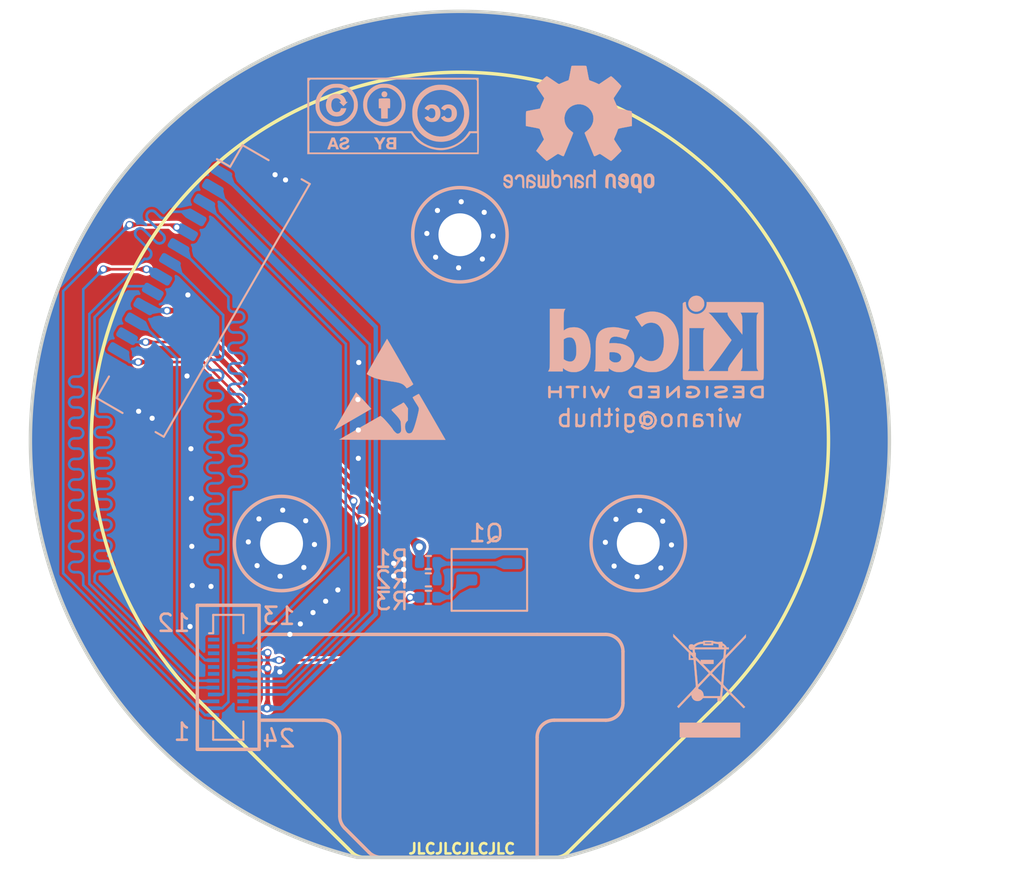
<source format=kicad_pcb>
(kicad_pcb (version 20221018) (generator pcbnew)
  (layers (0 "F.Cu" signal) (31 "B.Cu" signal) (34 "B.Paste" user) (35 "F.Paste" user) (36 "B.SilkS" user "B.Silkscreen") (37 "F.SilkS" user "F.Silkscreen") (38 "B.Mask" user) (39 "F.Mask" user) (44 "Edge.Cuts" user))
  (net 0 "")
  (net 1 "/LEDK")
  (net 2 "+3V3")
  (net 3 "/LCD_CS")
  (net 4 "GND")
  (net 5 "/LCD_D0")
  (net 6 "/LCD_D1")
  (net 7 "/LCD_D2")
  (net 8 "/LCD_D3")
  (net 9 "/LCD_CLK")
  (net 10 "/LCD_TE")
  (net 11 "/LCD_RST")
  (net 12 "/TP_SCL")
  (net 13 "/TP_SDA")
  (net 14 "/LCD_BLK")
  (net 15 "Net-(Q1-G)")
  (net 16 "Net-(Q1-D)")
  (net 17 "/TP_RST")
  (footprint "MountingHole:MountingHole_2.5mm_Pad_TopBottom" (layer "F.Cu") (at 134.641695 103.898464)
    (fp_text reference "H3" hide)
    (fp_text value "MountingHole_Pad")
  )
  (footprint "MountingHole:MountingHole_2.5mm_Pad_TopBottom" (layer "F.Cu") (at 155.426305 103.898464)
    (fp_text reference "H2" hide)
    (fp_text value "MountingHole_Pad")
  )
  (footprint "MountingHole:MountingHole_2.5mm_Pad_TopBottom" (layer "F.Cu") (at 145.034 85.898464)
    (fp_text reference "H1" hide)
    (fp_text value "MountingHole_Pad")
  )
  (footprint "Symbol:OSHW-Logo2_9.8x8mm_SilkScreen" (layer "B.Cu") (at 151.9682 79.756 180)
    (fp_text reference "REF**" hide)
    (fp_text value "OSHW-Logo2_9.8x8mm_SilkScreen" hide)
  )
  (footprint "w_logo:Logo_silk_CC-BY-SA_10x4.5mm" (layer "B.Cu") (at 141.1478 78.9686 180)
    (fp_text reference "G***" hide)
    (fp_text value "LOGO" hide)
  )
  (footprint "Resistor_SMD:R_0402_1005Metric" (layer "B.Cu") (at 143.1944 106.0196 180)
    (fp_text reference "R2")
    (fp_text value "10K")
  )
  (footprint "Connector_JST:JST_SHL_SM14B-SHLS-TF_1x14-1MP_P1.00mm_Horizontal" (layer "B.Cu") (at 129.338491 88.7504 -120)
    (fp_text reference "J3" hide)
    (fp_text value "Conn_01x14_Socket")
  )
  (footprint "Resistor_SMD:R_0402_1005Metric" (layer "B.Cu") (at 143.192401 105.0036)
    (fp_text reference "R1")
    (fp_text value "100R")
  )
  (footprint "PCM_Package_TO_SOT_SMD_AKL:TSOT-23" (layer "B.Cu") (at 146.7504 106.0196 180)
    (fp_text reference "Q1")
    (fp_text value "AO3400A" hide)
  )
  (footprint "Symbol:KiCad-Logo2_5mm_SilkScreen" (layer "B.Cu") (at 156.464 92.4306 180)
    (fp_text reference "REF**" hide)
    (fp_text value "KiCad-Logo2_5mm_SilkScreen" hide)
  )
  (footprint "Symbol:ESD-Logo_6.6x6mm_SilkScreen" (layer "B.Cu") (at 140.9446 94.8944 180)
    (fp_text reference "REF**" hide)
    (fp_text value "ESD-Logo_6.6x6mm_SilkScreen" hide)
  )
  (footprint "Connector_Molex:Molex_SlimStack_502430-2410_2x12_P0.40mm_Vertical" (layer "B.Cu") (at 131.538 111.6994 -90)
    (fp_text reference "J1" hide)
    (fp_text value "ST77903" hide)
  )
  (footprint "Resistor_SMD:R_0402_1005Metric" (layer "B.Cu") (at 143.1944 107.0356)
    (fp_text reference "R3")
    (fp_text value "10R")
  )
  (footprint "Symbol:WEEE-Logo_4.2x6mm_SilkScreen" (layer "B.Cu") (at 159.5882 112.1918 180)
    (fp_text reference "REF**" hide)
    (fp_text value "WEEE-Logo_4.2x6mm_SilkScreen" hide)
  )
  (gr_line (start 133.334 109.198464) (end 149.534 109.198464) (stroke (width 0.2)) (layer "B.SilkS"))
  (gr_line (start 154.534 113.198464) (end 154.534 110.198464) (stroke (width 0.2)) (layer "B.SilkS"))
  (gr_line (start 149.534 120.198464) (end 149.534 122.198464) (stroke (width 0.2)) (layer "B.SilkS"))
  (gr_circle (center 134.641695 103.898464) (end 137.391695 103.898464) (stroke (width 0.2)) (fill none) (layer "B.SilkS"))
  (gr_line (start 133.334 107.498464) (end 129.734 107.498464) (stroke (width 0.2)) (layer "B.SilkS"))
  (gr_line (start 129.734 107.498464) (end 129.734 115.898464) (stroke (width 0.2)) (layer "B.SilkS"))
  (gr_line (start 133.334 115.898464) (end 129.734 115.898464) (stroke (width 0.2)) (layer "B.SilkS"))
  (gr_line (start 138.326893 120.491357) (end 139.736107 121.900571) (stroke (width 0.2)) (layer "B.SilkS"))
  (gr_line (start 153.534 109.198464) (end 149.534 109.198464) (stroke (width 0.2)) (layer "B.SilkS"))
  (gr_circle (center 145.034 85.898464) (end 147.784 85.898464) (stroke (width 0.2)) (fill none) (layer "B.SilkS"))
  (gr_arc (start 140.443214 122.193464) (mid 140.06053 122.117344) (end 139.736107 121.900571) (stroke (width 0.2)) (layer "B.SilkS"))
  (gr_arc (start 149.534 115.198464) (mid 149.826893 114.491358) (end 150.534 114.198464) (stroke (width 0.2)) (layer "B.SilkS"))
  (gr_line (start 150.534 114.198464) (end 153.534 114.198464) (stroke (width 0.2)) (layer "B.SilkS"))
  (gr_line (start 137.034 114.198464) (end 133.334 114.198464) (stroke (width 0.2)) (layer "B.SilkS"))
  (gr_arc (start 154.534 113.198464) (mid 154.241107 113.90557) (end 153.534 114.198464) (stroke (width 0.2)) (layer "B.SilkS"))
  (gr_line (start 149.534 122.198464) (end 140.443214 122.193464) (stroke (width 0.2)) (layer "B.SilkS"))
  (gr_line (start 149.534 120.198464) (end 149.534 115.198464) (stroke (width 0.2)) (layer "B.SilkS"))
  (gr_arc (start 137.034 114.198464) (mid 137.741106 114.491357) (end 138.034 115.198464) (stroke (width 0.2)) (layer "B.SilkS"))
  (gr_arc (start 138.326893 120.491357) (mid 138.11012 120.166934) (end 138.034 119.78425) (stroke (width 0.2)) (layer "B.SilkS"))
  (gr_circle (center 155.426305 103.898464) (end 158.176305 103.898464) (stroke (width 0.2)) (fill none) (layer "B.SilkS"))
  (gr_line (start 138.034 119.78425) (end 138.034 115.198464) (stroke (width 0.2)) (layer "B.SilkS"))
  (gr_arc (start 153.534 109.198464) (mid 154.241106 109.491357) (end 154.534 110.198464) (stroke (width 0.2)) (layer "B.SilkS"))
  (gr_line (start 133.334 107.498464) (end 133.334 115.898464) (stroke (width 0.2)) (layer "B.SilkS"))
  (gr_line (start 129.911673 113.146114) (end 138.741615 121.903483) (stroke (width 0.2)) (layer "F.SilkS"))
  (gr_arc (start 151.326385 121.903483) (mid 151.002978 122.118131) (end 150.622202 122.193464) (stroke (width 0.2)) (layer "F.SilkS"))
  (gr_arc (start 129.911673 113.146114) (mid 145.034001 76.423464) (end 160.156328 113.146114) (stroke (width 0.2)) (layer "F.SilkS"))
  (gr_line (start 139.445798 122.193464) (end 150.622202 122.193464) (stroke (width 0.2)) (layer "F.SilkS"))
  (gr_arc (start 139.445798 122.193464) (mid 139.065022 122.118131) (end 138.741615 121.903483) (stroke (width 0.2)) (layer "F.SilkS"))
  (gr_line (start 160.156328 113.146114) (end 151.326385 121.903483) (stroke (width 0.2)) (layer "F.SilkS"))
  (gr_arc (start 139.034 122.193464) (mid 145.034 72.873536) (end 151.034 122.193464) (stroke (width 0.2)) (layer "Edge.Cuts"))
  (gr_line (start 139.034 122.198464) (end 151.034 122.198464) (stroke (width 0.2)) (layer "Edge.Cuts"))
  (gr_text "1\n" (at 129.413 115.4684) (layer "B.SilkS") (effects (font (size 1 1) (thickness 0.15) bold) (justify left bottom mirror)))
  (gr_text "wirano@github" (at 161.5948 97.1804) (layer "B.SilkS") (effects (font (size 1 1)) (justify left bottom mirror)))
  (gr_text "12" (at 129.413 109.1184) (layer "B.SilkS") (effects (font (size 1 1)) (justify left bottom mirror)))
  (gr_text "13" (at 135.5344 108.712) (layer "B.SilkS") (effects (font (size 1 1)) (justify left bottom mirror)))
  (gr_text "24" (at 135.5344 115.8494) (layer "B.SilkS") (effects (font (size 1 1)) (justify left bottom mirror)))
  (gr_text "JLCJLCJLCJLC" (at 141.9606 122.047) (layer "F.SilkS") (effects (font (size 0.6 0.6)) (justify left bottom)))
  (segment (start 134.493 110.6932) (end 138.4808 110.6932) (width 0.1524) (layer "F.Cu") (net 1))
  (segment (start 138.4808 110.6932) (end 142.138401 107.035599) (width 0.1524) (layer "F.Cu") (net 1))
  (via (at 142.138401 107.035599) (size 0.45) (drill 0.3) (layers "F.Cu" "B.Cu") (net 1))
  (via (at 134.493 110.6932) (size 0.45) (drill 0.3) (layers "F.Cu" "B.Cu") (net 1))
  (segment (start 134.493 110.6932) (end 134.4992 110.6994) (width 0.1524) (layer "B.Cu") (net 1))
  (segment (start 142.6844 107.0356) (end 142.138402 107.0356) (width 0.1524) (layer "B.Cu") (net 1))
  (segment (start 132.393 110.6994) (end 134.4868 110.6994) (width 0.1524) (layer "B.Cu") (net 1))
  (segment (start 134.4868 110.6994) (end 134.493 110.6932) (width 0.1524) (layer "B.Cu") (net 1))
  (segment (start 142.138402 107.0356) (end 142.138401 107.035599) (width 0.1524) (layer "B.Cu") (net 1))
  (segment (start 133.8326 111.167601) (end 133.8326 113.4618) (width 0.254) (layer "F.Cu") (net 2))
  (segment (start 133.8326 113.4618) (end 133.794999 113.499401) (width 0.254) (layer "F.Cu") (net 2))
  (segment (start 133.8326 110.261402) (end 133.8326 111.167601) (width 0.1524) (layer "F.Cu") (net 2))
  (segment (start 133.832601 110.261401) (end 133.8326 110.261402) (width 0.1524) (layer "F.Cu") (net 2))
  (via (at 133.794999 113.499401) (size 0.5) (drill 0.3) (layers "F.Cu" "B.Cu") (net 2))
  (via (at 133.8326 111.167601) (size 0.45) (drill 0.3) (layers "F.Cu" "B.Cu") (net 2))
  (via (at 133.832601 110.261401) (size 0.45) (drill 0.3) (layers "F.Cu" "B.Cu") (net 2))
  (segment (start 132.393 111.0994) (end 133.764399 111.0994) (width 0.1524) (layer "B.Cu") (net 2))
  (segment (start 140.1318 91.277637) (end 140.1318 108.017481) (width 0.254) (layer "B.Cu") (net 2))
  (segment (start 133.795 113.4994) (end 133.794999 113.499401) (width 0.254) (layer "B.Cu") (net 2))
  (segment (start 134.64988 113.499401) (end 133.794999 113.499401) (width 0.254) (layer "B.Cu") (net 2))
  (segment (start 132.393 110.2994) (end 133.794602 110.2994) (width 0.1524) (layer "B.Cu") (net 2))
  (segment (start 131.137898 82.283735) (end 140.1318 91.277637) (width 0.254) (layer "B.Cu") (net 2))
  (segment (start 133.764399 111.0994) (end 133.8326 111.167601) (width 0.1524) (layer "B.Cu") (net 2))
  (segment (start 133.794602 110.2994) (end 133.832601 110.261401) (width 0.1524) (layer "B.Cu") (net 2))
  (segment (start 132.393 113.4994) (end 133.795 113.4994) (width 0.2032) (layer "B.Cu") (net 2))
  (segment (start 140.1318 108.017481) (end 134.64988 113.499401) (width 0.254) (layer "B.Cu") (net 2))
  (segment (start 125.7808 85.3186) (end 128.397 85.3186) (width 0.1524) (layer "F.Cu") (net 3))
  (segment (start 128.397 85.3186) (end 128.539591 85.461191) (width 0.1524) (layer "F.Cu") (net 3))
  (via (at 125.7808 85.3186) (size 0.45) (drill 0.3) (layers "F.Cu" "B.Cu") (net 3))
  (via (at 128.539591 85.461191) (size 0.45) (drill 0.3) (layers "F.Cu" "B.Cu") (net 3))
  (segment (start 130.1858 113.8994) (end 121.92 105.6336) (width 0.1524) (layer "B.Cu") (net 3))
  (segment (start 121.92 89.1794) (end 125.7808 85.3186) (width 0.1524) (layer "B.Cu") (net 3))
  (segment (start 128.851253 85.461191) (end 128.539591 85.461191) (width 0.1524) (layer "B.Cu") (net 3))
  (segment (start 130.683 113.8994) (end 130.1858 113.8994) (width 0.1524) (layer "B.Cu") (net 3))
  (segment (start 121.92 105.6336) (end 121.92 89.1794) (width 0.1524) (layer "B.Cu") (net 3))
  (segment (start 129.137898 85.747836) (end 128.851253 85.461191) (width 0.1524) (layer "B.Cu") (net 3))
  (via (at 154.019437 105.212865) (size 0.45) (drill 0.3) (layers "F.Cu" "B.Cu") (net 4))
  (via (at 156.851065 102.596763) (size 0.45) (drill 0.3) (layers "F.Cu" "B.Cu") (net 4))
  (via (at 139.1158 98.933) (size 0.45) (drill 0.3) (layers "F.Cu" "B.Cu") (net 4))
  (via (at 139.1412 93.345) (size 0.45) (drill 0.3) (layers "F.Cu" "B.Cu") (net 4))
  (via (at 135.7376 108.585) (size 0.45) (drill 0.3) (layers "F.Cu" "B.Cu") (net 4))
  (via (at 129.3876 101.2698) (size 0.45) (drill 0.3) (layers "F.Cu" "B.Cu") (net 4))
  (via (at 139.1158 97.282) (size 0.45) (drill 0.3) (layers "F.Cu" "B.Cu") (net 4))
  (via (at 141.1732 105.791) (size 0.45) (drill 0.3) (layers "F.Cu" "B.Cu") (net 4))
  (via (at 141.7574 104.8004) (size 0.45) (drill 0.3) (layers "F.Cu" "B.Cu") (net 4))
  (via (at 143.725949 84.48265) (size 0.45) (drill 0.3) (layers "F.Cu" "B.Cu") (net 4))
  (via (at 141.7574 105.41) (size 0.45) (drill 0.3) (layers "F.Cu" "B.Cu") (net 4))
  (via (at 134.874 82.7024) (size 0.45) (drill 0.3) (layers "F.Cu" "B.Cu") (net 4))
  (via (at 141.1732 105.0544) (size 0.45) (drill 0.3) (layers "F.Cu" "B.Cu") (net 4))
  (via (at 154.1272 102.489) (size 0.45) (drill 0.3) (layers "F.Cu" "B.Cu") (net 4))
  (via (at 129.1336 94.1324) (size 0.45) (drill 0.3) (layers "F.Cu" "B.Cu") (net 4))
  (via (at 133.3246 102.4636) (size 0.45) (drill 0.3) (layers "F.Cu" "B.Cu") (net 4))
  (via (at 155.511451 101.97875) (size 0.45) (drill 0.3) (layers "F.Cu" "B.Cu") (net 4))
  (via (at 141.7828 106.045) (size 0.45) (drill 0.3) (layers "F.Cu" "B.Cu") (net 4))
  (via (at 153.509187 103.828614) (size 0.45) (drill 0.3) (layers "F.Cu" "B.Cu") (net 4))
  (via (at 136.048465 102.571363) (size 0.45) (drill 0.3) (layers "F.Cu" "B.Cu") (net 4))
  (via (at 129.3114 108.7374) (size 0.45) (drill 0.3) (layers "F.Cu" "B.Cu") (net 4))
  (via (at 139.0904 95.504) (size 0.45) (drill 0.3) (layers "F.Cu" "B.Cu") (net 4))
  (via (at 155.359051 105.830878) (size 0.45) (drill 0.3) (layers "F.Cu" "B.Cu") (net 4))
  (via (at 137.2108 107.2642) (size 0.45) (drill 0.3) (layers "F.Cu" "B.Cu") (net 4))
  (via (at 134.2644 82.3976) (size 0.45) (drill 0.3) (layers "F.Cu" "B.Cu") (net 4))
  (via (at 134.556451 105.805478) (size 0.45) (drill 0.3) (layers "F.Cu" "B.Cu") (net 4))
  (via (at 134.708851 101.95335) (size 0.45) (drill 0.3) (layers "F.Cu" "B.Cu") (net 4))
  (via (at 146.342051 87.314278) (size 0.45) (drill 0.3) (layers "F.Cu" "B.Cu") (net 4))
  (via (at 127.1016 96.5962) (size 0.45) (drill 0.3) (layers "F.Cu" "B.Cu") (net 4))
  (via (at 126.3142 96.1898) (size 0.5) (drill 0.3) (layers "F.Cu" "B.Cu") (net 4))
  (via (at 129.3622 98.3742) (size 0.45) (drill 0.3) (layers "F.Cu" "B.Cu") (net 4))
  (via (at 146.449814 84.590413) (size 0.45) (drill 0.3) (layers "F.Cu" "B.Cu") (net 4))
  (via (at 146.960064 85.974664) (size 0.45) (drill 0.3) (layers "F.Cu" "B.Cu") (net 4))
  (via (at 145.1102 83.9724) (size 0.45) (drill 0.3) (layers "F.Cu" "B.Cu") (net 4))
  (via (at 132.706587 103.803214) (size 0.45) (drill 0.3) (layers "F.Cu" "B.Cu") (net 4))
  (via (at 135.128 109.1946) (size 0.45) (drill 0.3) (layers "F.Cu" "B.Cu") (net 4))
  (via (at 134.5438 111.379) (size 0.45) (drill 0.3) (layers "F.Cu" "B.Cu") (net 4))
  (via (at 129.1844 89.408) (size 0.45) (drill 0.3) (layers "F.Cu" "B.Cu") (net 4))
  (via (at 129.413 104.0638) (size 0.45) (drill 0.3) (layers "F.Cu" "B.Cu") (net 4))
  (via (at 129.4384 106.3498) (size 0.45) (drill 0.3) (layers "F.Cu" "B.Cu") (net 4))
  (via (at 130.5306 106.4006) (size 0.45) (drill 0.3) (layers "F.Cu" "B.Cu") (net 4))
  (via (at 136.4742 107.9246) (size 0.45) (drill 0.3) (layers "F.Cu" "B.Cu") (net 4))
  (via (at 156.743302 105.320628) (size 0.45) (drill 0.3) (layers "F.Cu" "B.Cu") (net 4))
  (via (at 144.9578 87.824528) (size 0.45) (drill 0.3) (layers "F.Cu" "B.Cu") (net 4))
  (via (at 143.107936 85.822264) (size 0.45) (drill 0.3) (layers "F.Cu" "B.Cu") (net 4))
  (via (at 133.216837 105.187465) (size 0.45) (drill 0.3) (layers "F.Cu" "B.Cu") (net 4))
  (via (at 143.618186 87.206515) (size 0.45) (drill 0.3) (layers "F.Cu" "B.Cu") (net 4))
  (via (at 135.940702 105.295228) (size 0.45) (drill 0.3) (layers "F.Cu" "B.Cu") (net 4))
  (via (at 136.558715 103.955614) (size 0.45) (drill 0.3) (layers "F.Cu" "B.Cu") (net 4))
  (via (at 157.361315 103.981014) (size 0.45) (drill 0.3) (layers "F.Cu" "B.Cu") (net 4))
  (via (at 137.922 106.6038) (size 0.45) (drill 0.3) (layers "F.Cu" "B.Cu") (net 4))
  (segment (start 131.845901 96.3938) (end 132.164626 96.3938) (width 0.1524) (layer "B.Cu") (net 5))
  (segment (start 131.545901 101.5438) (end 131.545901 113.133699) (width 0.1524) (layer "B.Cu") (net 5))
  (segment (start 132.1646 90.9938) (end 131.845901 90.9938) (width 0.1524) (layer "B.Cu") (net 5))
  (segment (start 131.545901 113.133699) (end 131.1802 113.4994) (width 0.1524) (layer "B.Cu") (net 5))
  (segment (start 132.164626 99.3938) (end 131.845901 99.3938) (width 0.1524) (layer "B.Cu") (net 5))
  (segment (start 131.545901 100.8938) (end 131.545901 101.5438) (width 0.1524) (layer "B.Cu") (net 5))
  (segment (start 131.845901 97.5938) (end 132.1646 97.5938) (width 0.1524) (layer "B.Cu") (net 5))
  (segment (start 132.1646 93.3938) (end 131.845901 93.3938) (width 0.1524) (layer "B.Cu") (net 5))
  (segment (start 132.1646 100.5938) (end 131.845901 100.5938) (width 0.1524) (layer "B.Cu") (net 5))
  (segment (start 131.845901 95.1938) (end 132.1646 95.1938) (width 0.1524) (layer "B.Cu") (net 5))
  (segment (start 132.1646 95.7938) (end 131.845901 95.7938) (width 0.1524) (layer "B.Cu") (net 5))
  (segment (start 131.845901 98.7938) (end 132.164626 98.7938) (width 0.1524) (layer "B.Cu") (net 5))
  (segment (start 128.637898 86.613862) (end 131.545901 89.521865) (width 0.1524) (layer "B.Cu") (net 5))
  (segment (start 131.845901 91.5938) (end 132.1646 91.5938) (width 0.1524) (layer "B.Cu") (net 5))
  (segment (start 132.1646 94.5938) (end 131.845901 94.5938) (width 0.1524) (layer "B.Cu") (net 5))
  (segment (start 131.545901 89.521865) (end 131.545901 90.0938) (width 0.1524) (layer "B.Cu") (net 5))
  (segment (start 131.845901 93.9938) (end 132.1646 93.9938) (width 0.1524) (layer "B.Cu") (net 5))
  (segment (start 132.1646 98.1938) (end 131.845901 98.1938) (width 0.1524) (layer "B.Cu") (net 5))
  (segment (start 132.1646 92.1938) (end 131.845901 92.1938) (width 0.1524) (layer "B.Cu") (net 5))
  (segment (start 131.1802 113.4994) (end 130.683 113.4994) (width 0.1524) (layer "B.Cu") (net 5))
  (segment (start 131.845901 92.7938) (end 132.1646 92.7938) (width 0.1524) (layer "B.Cu") (net 5))
  (segment (start 132.164626 96.9938) (end 131.845901 96.9938) (width 0.1524) (layer "B.Cu") (net 5))
  (segment (start 131.845901 90.3938) (end 132.1646 90.3938) (width 0.1524) (layer "B.Cu") (net 5))
  (segment (start 131.845901 99.9938) (end 132.1646 99.9938) (width 0.1524) (layer "B.Cu") (net 5))
  (arc (start 131.545901 93.6938) (mid 131.633769 93.905932) (end 131.845901 93.9938) (width 0.1524) (layer "B.Cu") (net 5))
  (arc (start 132.1646 95.1938) (mid 132.376732 95.281668) (end 132.4646 95.4938) (width 0.1524) (layer "B.Cu") (net 5))
  (arc (start 132.1646 99.9938) (mid 132.376732 100.081668) (end 132.4646 100.2938) (width 0.1524) (layer "B.Cu") (net 5))
  (arc (start 131.845901 93.3938) (mid 131.633769 93.481668) (end 131.545901 93.6938) (width 0.1524) (layer "B.Cu") (net 5))
  (arc (start 132.464626 99.0938) (mid 132.376758 99.305932) (end 132.164626 99.3938) (width 0.1524) (layer "B.Cu") (net 5))
  (arc (start 132.1646 90.3938) (mid 132.376732 90.481668) (end 132.4646 90.6938) (width 0.1524) (layer "B.Cu") (net 5))
  (arc (start 131.545901 99.6938) (mid 131.633769 99.905932) (end 131.845901 99.9938) (width 0.1524) (layer "B.Cu") (net 5))
  (arc (start 131.545901 94.8938) (mid 131.633769 95.105932) (end 131.845901 95.1938) (width 0.1524) (layer "B.Cu") (net 5))
  (arc (start 131.845901 99.3938) (mid 131.633769 99.481668) (end 131.545901 99.6938) (width 0.1524) (layer "B.Cu") (net 5))
  (arc (start 131.845901 98.1938) (mid 131.633769 98.281668) (end 131.545901 98.4938) (width 0.1524) (layer "B.Cu") (net 5))
  (arc (start 132.1646 93.9938) (mid 132.376732 94.081668) (end 132.4646 94.2938) (width 0.1524) (layer "B.Cu") (net 5))
  (arc (start 132.4646 94.2938) (mid 132.376732 94.505932) (end 132.1646 94.5938) (width 0.1524) (layer "B.Cu") (net 5))
  (arc (start 132.4646 93.0938) (mid 132.376732 93.305932) (end 132.1646 93.3938) (width 0.1524) (layer "B.Cu") (net 5))
  (arc (start 132.4646 91.8938) (mid 132.376732 92.105932) (end 132.1646 92.1938) (width 0.1524) (layer "B.Cu") (net 5))
  (arc (start 131.845901 94.5938) (mid 131.633769 94.681668) (end 131.545901 94.8938) (width 0.1524) (layer "B.Cu") (net 5))
  (arc (start 132.164626 96.3938) (mid 132.376758 96.481668) (end 132.464626 96.6938) (width 0.1524) (layer "B.Cu") (net 5))
  (arc (start 132.4646 100.2938) (mid 132.376732 100.505932) (end 132.1646 100.5938) (width 0.1524) (layer "B.Cu") (net 5))
  (arc (start 132.1646 91.5938) (mid 132.376732 91.681668) (end 132.4646 91.8938) (width 0.1524) (layer "B.Cu") (net 5))
  (arc (start 131.845901 92.1938) (mid 131.633769 92.281668) (end 131.545901 92.4938) (width 0.1524) (layer "B.Cu") (net 5))
  (arc (start 131.845901 96.9938) (mid 131.633769 97.081668) (end 131.545901 97.2938) (width 0.1524) (layer "B.Cu") (net 5))
  (arc (start 132.4646 90.6938) (mid 132.376732 90.905932) (end 132.1646 90.9938) (width 0.1524) (layer "B.Cu") (net 5))
  (arc (start 131.545901 91.2938) (mid 131.633769 91.505932) (end 131.845901 91.5938) (width 0.1524) (layer "B.Cu") (net 5))
  (arc (start 132.4646 97.8938) (mid 132.376732 98.105932) (end 132.1646 98.1938) (width 0.1524) (layer "B.Cu") (net 5))
  (arc (start 132.1646 97.5938) (mid 132.376732 97.681668) (end 132.4646 97.8938) (width 0.1524) (layer "B.Cu") (net 5))
  (arc (start 131.845901 95.7938) (mid 131.633769 95.881668) (end 131.545901 96.0938) (width 0.1524) (layer "B.Cu") (net 5))
  (arc (start 132.464626 96.6938) (mid 132.376758 96.905932) (end 132.164626 96.9938) (width 0.1524) (layer "B.Cu") (net 5))
  (arc (start 132.164626 98.7938) (mid 132.376758 98.881668) (end 132.464626 99.0938) (width 0.1524) (layer "B.Cu") (net 5))
  (arc (start 131.845901 90.9938) (mid 131.633769 91.081668) (end 131.545901 91.2938) (width 0.1524) (layer "B.Cu") (net 5))
  (arc (start 131.845901 100.5938) (mid 131.633769 100.681668) (end 131.545901 100.8938) (width 0.1524) (layer "B.Cu") (net 5))
  (arc (start 132.4646 95.4938) (mid 132.376732 95.705932) (end 132.1646 95.7938) (width 0.1524) (layer "B.Cu") (net 5))
  (arc (start 131.545901 90.0938) (mid 131.633769 90.305932) (end 131.845901 90.3938) (width 0.1524) (layer "B.Cu") (net 5))
  (arc (start 131.545901 98.4938) (mid 131.633769 98.705932) (end 131.845901 98.7938) (width 0.1524) (layer "B.Cu") (net 5))
  (arc (start 132.1646 92.7938) (mid 132.376732 92.881668) (end 132.4646 93.0938) (width 0.1524) (layer "B.Cu") (net 5))
  (arc (start 131.545901 96.0938) (mid 131.633769 96.305932) (end 131.845901 96.3938) (width 0.1524) (layer "B.Cu") (net 5))
  (arc (start 131.545901 92.4938) (mid 131.633769 92.705932) (end 131.845901 92.7938) (width 0.1524) (layer "B.Cu") (net 5))
  (arc (start 131.545901 97.2938) (mid 131.633769 97.505932) (end 131.845901 97.5938) (width 0.1524) (layer "B.Cu") (net 5))
  (segment (start 124.2568 87.9094) (end 124.256801 87.909399) (width 0.1524) (layer "F.Cu") (net 6))
  (segment (start 126.7714 87.9094) (end 124.256802 87.9094) (width 0.1524) (layer "F.Cu") (net 6))
  (segment (start 124.256802 87.9094) (end 124.256801 87.909399) (width 0.1524) (layer "F.Cu") (net 6))
  (via (at 126.7714 87.9094) (size 0.45) (drill 0.3) (layers "F.Cu" "B.Cu") (net 6))
  (via (at 124.256801 87.909399) (size 0.45) (drill 0.3) (layers "F.Cu" "B.Cu") (net 6))
  (segment (start 130.683 113.0994) (end 129.866307 113.0994) (width 0.1524) (layer "B.Cu") (net 6))
  (segment (start 127.201385 87.9094) (end 126.7714 87.9094) (width 0.1524) (layer "B.Cu") (net 6))
  (segment (start 122.787901 99.5672) (end 122.563322 99.5672) (width 0.1524) (layer "B.Cu") (net 6))
  (segment (start 122.563301 100.1672) (end 122.787901 100.1672) (width 0.1524) (layer "B.Cu") (net 6))
  (segment (start 122.563301 94.1672) (end 122.787901 94.1672) (width 0.1524) (layer "B.Cu") (net 6))
  (segment (start 122.787901 100.7672) (end 122.563301 100.7672) (width 0.1524) (layer "B.Cu") (net 6))
  (segment (start 122.563301 102.5672) (end 122.787901 102.5672) (width 0.1524) (layer "B.Cu") (net 6))
  (segment (start 122.563301 96.5672) (end 122.787901 96.5672) (width 0.1524) (layer "B.Cu") (net 6))
  (segment (start 122.787901 104.3672) (end 122.563301 104.3672) (width 0.1524) (layer "B.Cu") (net 6))
  (segment (start 122.787901 98.3672) (end 122.563301 98.3672) (width 0.1524) (layer "B.Cu") (net 6))
  (segment (start 123.087901 91.006971) (end 123.087901 89.078299) (width 0.1524) (layer "B.Cu") (net 6))
  (segment (start 122.563301 103.7672) (end 122.787901 103.7672) (width 0.1524) (layer "B.Cu") (net 6))
  (segment (start 127.637898 88.345913) (end 127.201385 87.9094) (width 0.1524) (layer "B.Cu") (net 6))
  (segment (start 122.563322 95.3672) (end 122.787901 95.3672) (width 0.1524) (layer "B.Cu") (net 6))
  (segment (start 123.087901 89.078299) (end 124.256801 87.909399) (width 0.1524) (layer "B.Cu") (net 6))
  (segment (start 122.787901 101.9672) (end 122.563322 101.9672) (width 0.1524) (layer "B.Cu") (net 6))
  (segment (start 122.563322 98.9672) (end 122.787901 98.9672) (width 0.1524) (layer "B.Cu") (net 6))
  (segment (start 122.563301 104.9672) (end 122.787901 104.9672) (width 0.1524) (layer "B.Cu") (net 6))
  (segment (start 129.866307 113.0994) (end 123.087901 106.320994) (width 0.1524) (layer "B.Cu") (net 6))
  (segment (start 122.563301 97.7672) (end 122.787901 97.7672) (width 0.1524) (layer "B.Cu") (net 6))
  (segment (start 122.787901 105.5672) (end 122.563301 105.5672) (width 0.1524) (layer "B.Cu") (net 6))
  (segment (start 122.787901 97.1672) (end 122.563301 97.1672) (width 0.1524) (layer "B.Cu") (net 6))
  (segment (start 123.087901 106.320994) (end 123.087901 105.8672) (width 0.1524) (layer "B.Cu") (net 6))
  (segment (start 122.787901 95.9672) (end 122.563322 95.9672) (width 0.1524) (layer "B.Cu") (net 6))
  (segment (start 123.087901 93.8672) (end 123.087901 91.006971) (width 0.1524) (layer "B.Cu") (net 6))
  (segment (start 122.787901 103.1672) (end 122.563301 103.1672) (width 0.1524) (layer "B.Cu") (net 6))
  (segment (start 122.563322 101.3672) (end 122.787901 101.3672) (width 0.1524) (layer "B.Cu") (net 6))
  (segment (start 122.787901 94.7672) (end 122.563301 94.7672) (width 0.1524) (layer "B.Cu") (net 6))
  (arc (start 122.263301 105.2672) (mid 122.351169 105.055068) (end 122.563301 104.9672) (width 0.1524) (layer "B.Cu") (net 6))
  (arc (start 123.087901 98.6672) (mid 123.000033 98.455068) (end 122.787901 98.3672) (width 0.1524) (layer "B.Cu") (net 6))
  (arc (start 122.563322 95.9672) (mid 122.35119 95.879332) (end 122.263322 95.6672) (width 0.1524) (layer "B.Cu") (net 6))
  (arc (start 123.087901 95.0672) (mid 123.000033 94.855068) (end 122.787901 94.7672) (width 0.1524) (layer "B.Cu") (net 6))
  (arc (start 122.263322 95.6672) (mid 122.35119 95.455068) (end 122.563322 95.3672) (width 0.1524) (layer "B.Cu") (net 6))
  (arc (start 123.087901 101.0672) (mid 123.000033 100.855068) (end 122.787901 100.7672) (width 0.1524) (layer "B.Cu") (net 6))
  (arc (start 122.563301 100.7672) (mid 122.351169 100.679332) (end 122.263301 100.4672) (width 0.1524) (layer "B.Cu") (net 6))
  (arc (start 122.787901 101.3672) (mid 123.000033 101.279332) (end 123.087901 101.0672) (width 0.1524) (layer "B.Cu") (net 6))
  (arc (start 122.263301 98.0672) (mid 122.351169 97.855068) (end 122.563301 97.7672) (width 0.1524) (layer "B.Cu") (net 6))
  (arc (start 122.563301 104.3672) (mid 122.351169 104.279332) (end 122.263301 104.0672) (width 0.1524) (layer "B.Cu") (net 6))
  (arc (start 122.263301 96.8672) (mid 122.351169 96.655068) (end 122.563301 96.5672) (width 0.1524) (layer "B.Cu") (net 6))
  (arc (start 123.087901 96.2672) (mid 123.000033 96.055068) (end 122.787901 95.9672) (width 0.1524) (layer "B.Cu") (net 6))
  (arc (start 122.263322 99.2672) (mid 122.35119 99.055068) (end 122.563322 98.9672) (width 0.1524) (layer "B.Cu") (net 6))
  (arc (start 122.787901 100.1672) (mid 123.000033 100.079332) (end 123.087901 99.8672) (width 0.1524) (layer "B.Cu") (net 6))
  (arc (start 122.263301 102.8672) (mid 122.351169 102.655068) (end 122.563301 102.5672) (width 0.1524) (layer "B.Cu") (net 6))
  (arc (start 122.787901 103.7672) (mid 123.000033 103.679332) (end 123.087901 103.4672) (width 0.1524) (layer "B.Cu") (net 6))
  (arc (start 122.563301 105.5672) (mid 122.351169 105.479332) (end 122.263301 105.2672) (width 0.1524) (layer "B.Cu") (net 6))
  (arc (start 122.563322 99.5672) (mid 122.35119 99.479332) (end 122.263322 99.2672) (width 0.1524) (layer "B.Cu") (net 6))
  (arc (start 122.787901 95.3672) (mid 123.000033 95.279332) (end 123.087901 95.0672) (width 0.1524) (layer "B.Cu") (net 6))
  (arc (start 122.787901 98.9672) (mid 123.000033 98.879332) (end 123.087901 98.6672) (width 0.1524) (layer "B.Cu") (net 6))
  (arc (start 122.563301 98.3672) (mid 122.351169 98.279332) (end 122.263301 98.0672) (width 0.1524) (layer "B.Cu") (net 6))
  (arc (start 122.787901 104.9672) (mid 123.000033 104.879332) (end 123.087901 104.6672) (width 0.1524) (layer "B.Cu") (net 6))
  (arc (start 122.263301 94.4672) (mid 122.351169 94.255068) (end 122.563301 94.1672) (width 0.1524) (layer "B.Cu") (net 6))
  (arc (start 122.563301 94.7672) (mid 122.351169 94.679332) (end 122.263301 94.4672) (width 0.1524) (layer "B.Cu") (net 6))
  (arc (start 122.787901 94.1672) (mid 123.000033 94.079332) (end 123.087901 93.8672) (width 0.1524) (layer "B.Cu") (net 6))
  (arc (start 123.087901 97.4672) (mid 123.000033 97.255068) (end 122.787901 97.1672) (width 0.1524) (layer "B.Cu") (net 6))
  (arc (start 123.087901 105.8672) (mid 123.000033 105.655068) (end 122.787901 105.5672) (width 0.1524) (layer "B.Cu") (net 6))
  (arc (start 123.087901 102.2672) (mid 123.000033 102.055068) (end 122.787901 101.9672) (width 0.1524) (layer "B.Cu") (net 6))
  (arc (start 123.087901 99.8672) (mid 123.000033 99.655068) (end 122.787901 99.5672) (width 0.1524) (layer "B.Cu") (net 6))
  (arc (start 122.263301 104.0672) (mid 122.351169 103.855068) (end 122.563301 103.7672) (width 0.1524) (layer "B.Cu") (net 6))
  (arc (start 122.563322 101.9672) (mid 122.35119 101.879332) (end 122.263322 101.6672) (width 0.1524) (layer "B.Cu") (net 6))
  (arc (start 123.087901 103.4672) (mid 123.000033 103.255068) (end 122.787901 103.1672) (width 0.1524) (layer "B.Cu") (net 6))
  (arc (start 122.563301 103.1672) (mid 122.351169 103.079332) (end 122.263301 102.8672) (width 0.1524) (layer "B.Cu") (net 6))
  (arc (start 122.263301 100.4672) (mid 122.351169 100.255068) (end 122.563301 100.1672) (width 0.1524) (layer "B.Cu") (net 6))
  (arc (start 122.787901 96.5672) (mid 123.000033 96.479332) (end 123.087901 96.2672) (width 0.1524) (layer "B.Cu") (net 6))
  (arc (start 123.087901 104.6672) (mid 123.000033 104.455068) (end 122.787901 104.3672) (width 0.1524) (layer "B.Cu") (net 6))
  (arc (start 122.563301 97.1672) (mid 122.351169 97.079332) (end 122.263301 96.8672) (width 0.1524) (layer "B.Cu") (net 6))
  (arc (start 122.263322 101.6672) (mid 122.35119 101.455068) (end 122.563322 101.3672) (width 0.1524) (layer "B.Cu") (net 6))
  (arc (start 122.787901 97.7672) (mid 123.000033 97.679332) (end 123.087901 97.4672) (width 0.1524) (layer "B.Cu") (net 6))
  (arc (start 122.787901 102.5672) (mid 123.000033 102.479332) (end 123.087901 102.2672) (width 0.1524) (layer "B.Cu") (net 6))
  (segment (start 124.43602 98.9164) (end 124.0488 98.9164) (width 0.1524) (layer "B.Cu") (net 7))
  (segment (start 124.43602 97.7164) (end 124.0488 97.7164) (width 0.1524) (layer "B.Cu") (net 7))
  (segment (start 124.43602 103.7164) (end 124.0488 103.7164) (width 0.1524) (layer "B.Cu") (net 7))
  (segment (start 123.7488 106.1212) (end 123.7488 105.8164) (width 0.1524) (layer "B.Cu") (net 7))
  (segment (start 124.0488 101.9164) (end 124.43602 101.9164) (width 0.1524) (layer "B.Cu") (net 7))
  (segment (start 123.7488 94.841592) (end 123.7488 90.7034) (width 0.1524) (layer "B.Cu") (net 7))
  (segment (start 129.527 111.8994) (end 123.7488 106.1212) (width 0.1524) (layer "B.Cu") (net 7))
  (segment (start 124.43602 102.5164) (end 124.0488 102.5164) (width 0.1524) (layer "B.Cu") (net 7))
  (segment (start 124.0488 100.7164) (end 124.43602 100.7164) (width 0.1524) (layer "B.Cu") (net 7))
  (segment (start 124.43602 100.1164) (end 124.0488 100.1164) (width 0.1524) (layer "B.Cu") (net 7))
  (segment (start 124.0488 104.3164) (end 124.43602 104.3164) (width 0.1524) (layer "B.Cu") (net 7))
  (segment (start 124.43602 101.3164) (end 124.0488 101.3164) (width 0.1524) (layer "B.Cu") (net 7))
  (segment (start 124.0488 105.5164) (end 124.43602 105.5164) (width 0.1524) (layer "B.Cu") (net 7))
  (segment (start 124.0488 99.5164) (end 124.43602 99.5164) (width 0.1524) (layer "B.Cu") (net 7))
  (segment (start 124.436033 96.5164) (end 124.0488 96.5164) (width 0.1524) (layer "B.Cu") (net 7))
  (segment (start 124.43602 104.9164) (end 124.0488 104.9164) (width 0.1524) (layer "B.Cu") (net 7))
  (segment (start 124.0488 97.1164) (end 124.436033 97.1164) (width 0.1524) (layer "B.Cu") (net 7))
  (segment (start 124.0488 103.1164) (end 124.43602 103.1164) (width 0.1524) (layer "B.Cu") (net 7))
  (segment (start 123.7488 90.7034) (end 125.5522 88.9) (width 0.1524) (layer "B.Cu") (net 7))
  (segment (start 125.5522 88.9) (end 126.82596 88.9) (width 0.1524) (layer "B.Cu") (net 7))
  (segment (start 126.82596 88.9) (end 127.137898 89.211938) (width 0.1524) (layer "B.Cu") (net 7))
  (segment (start 130.683 111.8994) (end 129.527 111.8994) (width 0.1524) (layer "B.Cu") (net 7))
  (segment (start 123.7488 96.2164) (end 123.7488 94.841592) (width 0.1524) (layer "B.Cu") (net 7))
  (segment (start 124.0488 98.3164) (end 124.43602 98.3164) (width 0.1524) (layer "B.Cu") (net 7))
  (arc (start 124.0488 104.9164) (mid 123.836668 104.828532) (end 123.7488 104.6164) (width 0.1524) (layer "B.Cu") (net 7))
  (arc (start 124.43602 103.1164) (mid 124.648152 103.028532) (end 124.73602 102.8164) (width 0.1524) (layer "B.Cu") (net 7))
  (arc (start 124.73602 99.2164) (mid 124.648152 99.004268) (end 124.43602 98.9164) (width 0.1524) (layer "B.Cu") (net 7))
  (arc (start 123.7488 99.8164) (mid 123.836668 99.604268) (end 124.0488 99.5164) (width 0.1524) (layer "B.Cu") (net 7))
  (arc (start 123.7488 98.6164) (mid 123.836668 98.404268) (end 124.0488 98.3164) (width 0.1524) (layer "B.Cu") (net 7))
  (arc (start 124.0488 97.7164) (mid 123.836668 97.628532) (end 123.7488 97.4164) (width 0.1524) (layer "B.Cu") (net 7))
  (arc (start 124.0488 100.1164) (mid 123.836668 100.028532) (end 123.7488 99.8164) (width 0.1524) (layer "B.Cu") (net 7))
  (arc (start 124.43602 101.9164) (mid 124.648152 101.828532) (end 124.73602 101.6164) (width 0.1524) (layer "B.Cu") (net 7))
  (arc (start 124.0488 96.5164) (mid 123.836668 96.428532) (end 123.7488 96.2164) (width 0.1524) (layer "B.Cu") (net 7))
  (arc (start 124.736033 96.8164) (mid 124.648165 96.604268) (end 124.436033 96.5164) (width 0.1524) (layer "B.Cu") (net 7))
  (arc (start 124.73602 98.0164) (mid 124.648152 97.804268) (end 124.43602 97.7164) (width 0.1524) (layer "B.Cu") (net 7))
  (arc (start 123.7488 101.0164) (mid 123.836668 100.804268) (end 124.0488 100.7164) (width 0.1524) (layer "B.Cu") (net 7))
  (arc (start 123.7488 97.4164) (mid 123.836668 97.204268) (end 124.0488 97.1164) (width 0.1524) (layer "B.Cu") (net 7))
  (arc (start 124.0488 101.3164) (mid 123.836668 101.228532) (end 123.7488 101.0164) (width 0.1524) (layer "B.Cu") (net 7))
  (arc (start 124.73602 105.2164) (mid 124.648152 105.004268) (end 124.43602 104.9164) (width 0.1524) (layer "B.Cu") (net 7))
  (arc (start 124.43602 100.7164) (mid 124.648152 100.628532) (end 124.73602 100.4164) (width 0.1524) (layer "B.Cu") (net 7))
  (arc (start 124.43602 99.5164) (mid 124.648152 99.428532) (end 124.73602 99.2164) (width 0.1524) (layer "B.Cu") (net 7))
  (arc (start 124.0488 98.9164) (mid 123.836668 98.828532) (end 123.7488 98.6164) (width 0.1524) (layer "B.Cu") (net 7))
  (arc (start 124.43602 105.5164) (mid 124.648152 105.428532) (end 124.73602 105.2164) (width 0.1524) (layer "B.Cu") (net 7))
  (arc (start 124.43602 98.3164) (mid 124.648152 98.228532) (end 124.73602 98.0164) (width 0.1524) (layer "B.Cu") (net 7))
  (arc (start 123.7488 102.2164) (mid 123.836668 102.004268) (end 124.0488 101.9164) (width 0.1524) (layer "B.Cu") (net 7))
  (arc (start 123.7488 105.8164) (mid 123.836668 105.604268) (end 124.0488 105.5164) (width 0.1524) (layer "B.Cu") (net 7))
  (arc (start 124.0488 103.7164) (mid 123.836668 103.628532) (end 123.7488 103.4164) (width 0.1524) (layer "B.Cu") (net 7))
  (arc (start 123.7488 104.6164) (mid 123.836668 104.404268) (end 124.0488 104.3164) (width 0.1524) (layer "B.Cu") (net 7))
  (arc (start 124.73602 100.4164) (mid 124.648152 100.204268) (end 124.43602 100.1164) (width 0.1524) (layer "B.Cu") (net 7))
  (arc (start 124.436033 97.1164) (mid 124.648165 97.028532) (end 124.736033 96.8164) (width 0.1524) (layer "B.Cu") (net 7))
  (arc (start 124.43602 104.3164) (mid 124.648152 104.228532) (end 124.73602 104.0164) (width 0.1524) (layer "B.Cu") (net 7))
  (arc (start 123.7488 103.4164) (mid 123.836668 103.204268) (end 124.0488 103.1164) (width 0.1524) (layer "B.Cu") (net 7))
  (arc (start 124.73602 102.8164) (mid 124.648152 102.604268) (end 124.43602 102.5164) (width 0.1524) (layer "B.Cu") (net 7))
  (arc (start 124.73602 101.6164) (mid 124.648152 101.404268) (end 124.43602 101.3164) (width 0.1524) (layer "B.Cu") (net 7))
  (arc (start 124.73602 104.0164) (mid 124.648152 103.804268) (end 124.43602 103.7164) (width 0.1524) (layer "B.Cu") (net 7))
  (arc (start 124.0488 102.5164) (mid 123.836668 102.428532) (end 123.7488 102.2164) (width 0.1524) (layer "B.Cu") (net 7))
  (segment (start 127.742223 85.885817) (end 127.774892 85.920085) (width 0.1524) (layer "B.Cu") (net 8))
  (segment (start 126.165636 86.004668) (end 126.198299 86.038949) (width 0.1524) (layer "B.Cu") (net 8))
  (segment (start 129.312687 84.5566) (end 128.27 84.5566) (width 0.1524) (layer "B.Cu") (net 8))
  (segment (start 126.904479 84.55692) (end 126.870059 84.589389) (width 0.1524) (layer "B.Cu") (net 8))
  (segment (start 127.742223 86.310081) (end 127.707804 86.34255) (width 0.1524) (layer "B.Cu") (net 8))
  (segment (start 127.082192 84.499178) (end 126.988763 84.513975) (width 0.1524) (layer "B.Cu") (net 8))
  (segment (start 126.232718 85.582216) (end 126.198299 85.614685) (width 0.1524) (layer "B.Cu") (net 8))
  (segment (start 127.9779 84.8487) (end 127.943481 84.88117) (width 0.1524) (layer "B.Cu") (net 8))
  (segment (start 127.81786 86.004435) (end 127.832658 86.097935) (width 0.1524) (layer "B.Cu") (net 8))
  (segment (start 126.122649 85.920318) (end 126.165636 86.004668) (width 0.1524) (layer "B.Cu") (net 8))
  (segment (start 126.837611 84.979216) (end 126.870059 85.013653) (width 0.1524) (layer "B.Cu") (net 8))
  (segment (start 127.832658 86.097935) (end 127.817839 86.191431) (width 0.1524) (layer "B.Cu") (net 8))
  (segment (start 126.964407 87.229326) (end 126.929988 87.261795) (width 0.1524) (layer "B.Cu") (net 8))
  (segment (start 127.040077 86.923682) (end 127.054891 87.017194) (width 0.1524) (layer "B.Cu") (net 8))
  (segment (start 126.779865 84.801515) (end 126.794666 84.894939) (width 0.1524) (layer "B.Cu") (net 8))
  (segment (start 129.496653 112.2994) (end 130.683 112.2994) (width 0.1524) (layer "B.Cu") (net 8))
  (segment (start 127.817839 86.191431) (end 127.774851 86.275772) (width 0.1524) (layer "B.Cu") (net 8))
  (segment (start 127.943481 84.88117) (end 127.859197 84.924115) (width 0.1524) (layer "B.Cu") (net 8))
  (segment (start 126.107834 85.826812) (end 126.122649 85.920318) (width 0.1524) (layer "B.Cu") (net 8))
  (segment (start 126.198299 86.038949) (end 126.964409 86.805059) (width 0.1524) (layer "B.Cu") (net 8))
  (segment (start 126.165622 85.648951) (end 126.122641 85.733305) (width 0.1524) (layer "B.Cu") (net 8))
  (segment (start 127.588053 84.88117) (end 127.553635 84.8487) (width 0.1524) (layer "B.Cu") (net 8))
  (segment (start 127.259905 84.55692) (end 127.175621 84.513975) (width 0.1524) (layer "B.Cu") (net 8))
  (segment (start 127.62352 86.385495) (end 127.530091 86.400293) (width 0.1524) (layer "B.Cu") (net 8))
  (segment (start 127.774892 85.920085) (end 127.81786 86.004435) (width 0.1524) (layer "B.Cu") (net 8))
  (segment (start 127.294324 84.589389) (end 127.259905 84.55692) (width 0.1524) (layer "B.Cu") (net 8))
  (segment (start 126.410431 85.524474) (end 126.317002 85.539271) (width 0.1524) (layer "B.Cu") (net 8))
  (segment (start 126.752275 87.319538) (end 126.658846 87.30474) (width 0.1524) (layer "B.Cu") (net 8))
  (segment (start 127.352378 86.34255) (end 127.317959 86.310081) (width 0.1524) (layer "B.Cu") (net 8))
  (segment (start 127.672337 84.924115) (end 127.588053 84.88117) (width 0.1524) (layer "B.Cu") (net 8))
  (segment (start 123.444499 90.519087) (end 123.444499 106.247246) (width 0.1524) (layer "B.Cu") (net 8))
  (segment (start 126.870059 84.589389) (end 126.837594 84.623808) (width 0.1524) (layer "B.Cu") (net 8))
  (segment (start 126.99709 86.839326) (end 127.040077 86.923682) (width 0.1524) (layer "B.Cu") (net 8))
  (segment (start 126.588144 85.582216) (end 126.50386 85.539271) (width 0.1524) (layer "B.Cu") (net 8))
  (segment (start 126.198299 85.614685) (end 126.165622 85.648951) (width 0.1524) (layer "B.Cu") (net 8))
  (segment (start 126.50386 85.539271) (end 126.410431 85.524474) (width 0.1524) (layer "B.Cu") (net 8))
  (segment (start 126.964409 86.805059) (end 126.99709 86.839326) (width 0.1524) (layer "B.Cu") (net 8))
  (segment (start 126.317002 85.539271) (end 126.232718 85.582216) (width 0.1524) (layer "B.Cu") (net 8))
  (segment (start 127.317959 86.310081) (end 126.622563 85.614685) (width 0.1524) (layer "B.Cu") (net 8))
  (segment (start 126.122641 85.733305) (end 126.107834 85.826812) (width 0.1524) (layer "B.Cu") (net 8))
  (segment (start 126.794666 84.894939) (end 126.837611 84.979216) (width 0.1524) (layer "B.Cu") (net 8))
  (segment (start 127.436662 86.385495) (end 127.352378 86.34255) (width 0.1524) (layer "B.Cu") (net 8))
  (segment (start 128.27 84.5566) (end 127.9779 84.8487) (width 0.1524) (layer "B.Cu") (net 8))
  (segment (start 127.530091 86.400293) (end 127.436662 86.385495) (width 0.1524) (layer "B.Cu") (net 8))
  (segment (start 127.054891 87.017194) (end 127.040081 87.110706) (width 0.1524) (layer "B.Cu") (net 8))
  (segment (start 123.444499 106.247246) (end 129.496653 112.2994) (width 0.1524) (layer "B.Cu") (net 8))
  (segment (start 127.774851 86.275772) (end 127.742223 86.310081) (width 0.1524) (layer "B.Cu") (net 8))
  (segment (start 126.622563 85.614685) (end 126.588144 85.582216) (width 0.1524) (layer "B.Cu") (net 8))
  (segment (start 126.988763 84.513975) (end 126.904479 84.55692) (width 0.1524) (layer "B.Cu") (net 8))
  (segment (start 127.707804 86.34255) (end 127.62352 86.385495) (width 0.1524) (layer "B.Cu") (net 8))
  (segment (start 129.637898 84.881811) (end 129.312687 84.5566) (width 0.1524) (layer "B.Cu") (net 8))
  (segment (start 126.870059 85.013653) (end 127.742223 85.885817) (width 0.1524) (layer "B.Cu") (net 8))
  (segment (start 127.765767 84.938913) (end 127.672337 84.924115) (width 0.1524) (layer "B.Cu") (net 8))
  (segment (start 126.658846 87.30474) (end 123.444499 90.519087) (width 0.1524) (layer "B.Cu") (net 8))
  (segment (start 127.553635 84.8487) (end 127.294324 84.589389) (width 0.1524) (layer "B.Cu") (net 8))
  (segment (start 126.929988 87.261795) (end 126.845704 87.30474) (width 0.1524) (layer "B.Cu") (net 8))
  (segment (start 126.997097 87.195064) (end 126.964407 87.229326) (width 0.1524) (layer "B.Cu") (net 8))
  (segment (start 127.040081 87.110706) (end 126.997097 87.195064) (width 0.1524) (layer "B.Cu") (net 8))
  (segment (start 126.845704 87.30474) (end 126.752275 87.319538) (width 0.1524) (layer "B.Cu") (net 8))
  (segment (start 127.175621 84.513975) (end 127.082192 84.499178) (width 0.1524) (layer "B.Cu") (net 8))
  (segment (start 126.837594 84.623808) (end 126.794656 84.70809) (width 0.1524) (layer "B.Cu") (net 8))
  (segment (start 127.859197 84.924115) (end 127.765767 84.938913) (width 0.1524) (layer "B.Cu") (net 8))
  (segment (start 126.794656 84.70809) (end 126.779865 84.801515) (width 0.1524) (layer "B.Cu") (net 8))
  (segment (start 131.2416 105.4416) (end 131.2416 106.0916) (width 0.1524) (layer "B.Cu") (net 9))
  (segment (start 130.941101 95.5878) (end 130.602975 95.5878) (width 0.1524) (layer "B.Cu") (net 9))
  (segment (start 130.603001 103.3878) (end 130.941101 103.3878) (width 0.1524) (layer "B.Cu") (net 9))
  (segment (start 130.602975 102.1878) (end 130.941101 102.1878) (width 0.1524) (layer "B.Cu") (net 9))
  (segment (start 130.603001 100.9878) (end 130.941101 100.9878) (width 0.1524) (layer "B.Cu") (net 9))
  (segment (start 131.241101 104.241101) (end 131.2416 104.2416) (width 0.1524) (layer "B.Cu") (net 9))
  (segment (start 130.941101 94.3878) (end 130.602975 94.3878) (width 0.1524) (layer "B.Cu") (net 9))
  (segment (start 131.2416 90.583589) (end 131.2416 92.714131) (width 0.1524) (layer "B.Cu") (net 9))
  (segment (start 130.602975 94.9878) (end 130.941101 94.9878) (width 0.1524) (layer "B.Cu") (net 9))
  (segment (start 130.602975 96.1878) (end 130.941101 96.1878) (width 0.1524) (layer "B.Cu") (net 9))
  (segment (start 128.137898 87.479887) (end 131.2416 90.583589) (width 0.1524) (layer "B.Cu") (net 9))
  (segment (start 130.602975 97.3878) (end 130.941101 97.3878) (width 0.1524) (layer "B.Cu") (net 9))
  (segment (start 131.241101 92.71463) (end 131.241101 92.8878) (width 0.1524) (layer "B.Cu") (net 9))
  (segment (start 130.941101 93.1878) (end 130.602975 93.1878) (width 0.1524) (layer "B.Cu") (net 9))
  (segment (start 130.603474 105.1416) (end 130.9416 105.1416) (width 0.1524) (layer "B.Cu") (net 9))
  (segment (start 130.941101 101.5878) (end 130.602975 101.5878) (width 0.1524) (layer "B.Cu") (net 9))
  (segment (start 131.1802 112.6994) (end 130.683 112.6994) (width 0.1524) (layer "B.Cu") (net 9))
  (segment (start 130.602975 93.7878) (end 130.941101 93.7878) (width 0.1524) (layer "B.Cu") (net 9))
  (segment (start 130.941101 102.7878) (end 130.603001 102.7878) (width 0.1524) (layer "B.Cu") (net 9))
  (segment (start 131.2416 112.638) (end 131.1802 112.6994) (width 0.1524) (layer "B.Cu") (net 9))
  (segment (start 130.941101 96.7878) (end 130.602975 96.7878) (width 0.1524) (layer "B.Cu") (net 9))
  (segment (start 130.9416 104.5416) (end 130.603474 104.5416) (width 0.1524) (layer "B.Cu") (net 9))
  (segment (start 130.602975 99.7878) (end 130.941101 99.7878) (width 0.1524) (layer "B.Cu") (net 9))
  (segment (start 131.241101 103.6878) (end 131.241101 104.241101) (width 0.1524) (layer "B.Cu") (net 9))
  (segment (start 130.941101 100.3878) (end 130.603001 100.3878) (width 0.1524) (layer "B.Cu") (net 9))
  (segment (start 130.602975 98.5878) (end 130.941101 98.5878) (width 0.1524) (layer "B.Cu") (net 9))
  (segment (start 131.2416 106.0916) (end 131.2416 112.638) (width 0.1524) (layer "B.Cu") (net 9))
  (segment (start 131.2416 92.714131) (end 131.241101 92.71463) (width 0.1524) (layer "B.Cu") (net 9))
  (segment (start 130.941101 99.1878) (end 130.602975 99.1878) (width 0.1524) (layer "B.Cu") (net 9))
  (segment (start 130.941101 97.9878) (end 130.602975 97.9878) (width 0.1524) (layer "B.Cu") (net 9))
  (arc (start 130.602975 95.5878) (mid 130.390843 95.675668) (end 130.302975 95.8878) (width 0.1524) (layer "B.Cu") (net 9))
  (arc (start 130.303001 100.6878) (mid 130.390869 100.899932) (end 130.603001 100.9878) (width 0.1524) (layer "B.Cu") (net 9))
  (arc (start 130.302975 98.2878) (mid 130.390843 98.499932) (end 130.602975 98.5878) (width 0.1524) (layer "B.Cu") (net 9))
  (arc (start 130.602975 93.1878) (mid 130.390843 93.275668) (end 130.302975 93.4878) (width 0.1524) (layer "B.Cu") (net 9))
  (arc (start 130.941101 93.7878) (mid 131.153233 93.875668) (end 131.241101 94.0878) (width 0.1524) (layer "B.Cu") (net 9))
  (arc (start 130.941101 97.3878) (mid 131.153233 97.475668) (end 131.241101 97.6878) (width 0.1524) (layer "B.Cu") (net 9))
  (arc (start 131.241101 92.8878) (mid 131.153233 93.099932) (end 130.941101 93.1878) (width 0.1524) (layer "B.Cu") (net 9))
  (arc (start 130.941101 98.5878) (mid 131.153233 98.675668) (end 131.241101 98.8878) (width 0.1524) (layer "B.Cu") (net 9))
  (arc (start 130.302975 94.6878) (mid 130.390843 94.899932) (end 130.602975 94.9878) (width 0.1524) (layer "B.Cu") (net 9))
  (arc (start 130.302975 101.8878) (mid 130.390843 102.099932) (end 130.602975 102.1878) (width 0.1524) (layer "B.Cu") (net 9))
  (arc (start 130.602975 97.9878) (mid 130.390843 98.075668) (end 130.302975 98.2878) (width 0.1524) (layer "B.Cu") (net 9))
  (arc (start 131.241101 94.0878) (mid 131.153233 94.299932) (end 130.941101 94.3878) (width 0.1524) (layer "B.Cu") (net 9))
  (arc (start 131.2416 104.2416) (mid 131.153732 104.453732) (end 130.9416 104.5416) (width 0.1524) (layer "B.Cu") (net 9))
  (arc (start 131.241101 98.8878) (mid 131.153233 99.099932) (end 130.941101 99.1878) (width 0.1524) (layer "B.Cu") (net 9))
  (arc (start 130.941101 99.7878) (mid 131.153233 99.875668) (end 131.241101 100.0878) (width 0.1524) (layer "B.Cu") (net 9))
  (arc (start 130.603001 102.7878) (mid 130.390869 102.875668) (end 130.303001 103.0878) (width 0.1524) (layer "B.Cu") (net 9))
  (arc (start 131.241101 102.4878) (mid 131.153233 102.699932) (end 130.941101 102.7878) (width 0.1524) (layer "B.Cu") (net 9))
  (arc (start 131.241101 96.4878) (mid 131.153233 96.699932) (end 130.941101 96.7878) (width 0.1524) (layer "B.Cu") (net 9))
  (arc (start 131.241101 101.2878) (mid 131.153233 101.499932) (end 130.941101 101.5878) (width 0.1524) (layer "B.Cu") (net 9))
  (arc (start 130.302975 93.4878) (mid 130.390843 93.699932) (end 130.602975 93.7878) (width 0.1524) (layer "B.Cu") (net 9))
  (arc (start 131.241101 97.6878) (mid 131.153233 97.899932) (end 130.941101 97.9878) (width 0.1524) (layer "B.Cu") (net 9))
  (arc (start 130.602975 99.1878) (mid 130.390843 99.275668) (end 130.302975 99.4878) (width 0.1524) (layer "B.Cu") (net 9))
  (arc (start 130.602975 96.7878) (mid 130.390843 96.875668) (end 130.302975 97.0878) (width 0.1524) (layer "B.Cu") (net 9))
  (arc (start 130.941101 94.9878) (mid 131.153233 95.075668) (end 131.241101 95.2878) (width 0.1524) (layer "B.Cu") (net 9))
  (arc (start 130.941101 100.9878) (mid 131.153233 101.075668) (end 131.241101 101.2878) (width 0.1524) (layer "B.Cu") (net 9))
  (arc (start 130.302975 95.8878) (mid 130.390843 96.099932) (end 130.602975 96.1878) (width 0.1524) (layer "B.Cu") (net 9))
  (arc (start 130.941101 96.1878) (mid 131.153233 96.275668) (end 131.241101 96.4878) (width 0.1524) (layer "B.Cu") (net 9))
  (arc (start 130.603001 100.3878) (mid 130.390869 100.475668) (end 130.303001 100.6878) (width 0.1524) (layer "B.Cu") (net 9))
  (arc (start 131.241101 95.2878) (mid 131.153233 95.499932) (end 130.941101 95.5878) (width 0.1524) (layer "B.Cu") (net 9))
  (arc (start 130.302975 97.0878) (mid 130.390843 97.299932) (end 130.602975 97.3878) (width 0.1524) (layer "B.Cu") (net 9))
  (arc (start 130.9416 105.1416) (mid 131.153732 105.229468) (end 131.2416 105.4416) (width 0.1524) (layer "B.Cu") (net 9))
  (arc (start 130.941101 103.3878) (mid 131.153233 103.475668) (end 131.241101 103.6878) (width 0.1524) (layer "B.Cu") (net 9))
  (arc (start 130.303001 103.0878) (mid 130.390869 103.299932) (end 130.603001 103.3878) (width 0.1524) (layer "B.Cu") (net 9))
  (arc (start 130.603474 104.5416) (mid 130.391342 104.629468) (end 130.303474 104.8416) (width 0.1524) (layer "B.Cu") (net 9))
  (arc (start 130.302975 99.4878) (mid 130.390843 99.699932) (end 130.602975 99.7878) (width 0.1524) (layer "B.Cu") (net 9))
  (arc (start 130.602975 101.5878) (mid 130.390843 101.675668) (end 130.302975 101.8878) (width 0.1524) (layer "B.Cu") (net 9))
  (arc (start 130.941101 102.1878) (mid 131.153233 102.275668) (end 131.241101 102.4878) (width 0.1524) (layer "B.Cu") (net 9))
  (arc (start 130.303474 104.8416) (mid 130.391342 105.053732) (end 130.603474 105.1416) (width 0.1524) (layer "B.Cu") (net 9))
  (arc (start 131.241101 100.0878) (mid 131.153233 100.299932) (end 130.941101 100.3878) (width 0.1524) (layer "B.Cu") (net 9))
  (arc (start 130.602975 94.3878) (mid 130.390843 94.475668) (end 130.302975 94.6878) (width 0.1524) (layer "B.Cu") (net 9))
  (segment (start 138.386192 104.433694) (end 138.386192 92.26408) (width 0.1524) (layer "B.Cu") (net 10))
  (segment (start 132.393 109.8994) (end 132.920486 109.8994) (width 0.1524) (layer "B.Cu") (net 10))
  (segment (start 132.920486 109.8994) (end 138.386192 104.433694) (width 0.1524) (layer "B.Cu") (net 10))
  (segment (start 138.386192 92.26408) (end 130.137898 84.015786) (width 0.1524) (layer "B.Cu") (net 10))
  (segment (start 128.5494 109.063) (end 128.5494 93.1164) (width 0.1524) (layer "B.Cu") (net 11))
  (segment (start 126.376989 90.943989) (end 126.137898 90.943989) (width 0.1524) (layer "B.Cu") (net 11))
  (segment (start 130.1858 110.6994) (end 128.5494 109.063) (width 0.1524) (layer "B.Cu") (net 11))
  (segment (start 128.5494 93.1164) (end 126.376989 90.943989) (width 0.1524) (layer "B.Cu") (net 11))
  (segment (start 130.683 110.6994) (end 130.1858 110.6994) (width 0.1524) (layer "B.Cu") (net 11))
  (segment (start 129.571182 92.1512) (end 138.839292 101.419308) (width 0.1524) (layer "F.Cu") (net 12))
  (segment (start 126.7206 92.1512) (end 129.571182 92.1512) (width 0.1524) (layer "F.Cu") (net 12))
  (via (at 126.7206 92.1512) (size 0.45) (drill 0.3) (layers "F.Cu" "B.Cu") (net 12))
  (via (at 138.839292 101.419308) (size 0.45) (drill 0.3) (layers "F.Cu" "B.Cu") (net 12))
  (segment (start 132.6004 111.8994) (end 132.6388 111.9378) (width 0.1524) (layer "B.Cu") (net 12))
  (segment (start 132.6388 111.9378) (end 134.8486 111.9378) (width 0.1524) (layer "B.Cu") (net 12))
  (segment (start 134.8486 111.9378) (end 138.839292 107.947108) (width 0.1524) (layer "B.Cu") (net 12))
  (segment (start 125.979084 92.1512) (end 125.637898 91.810014) (width 0.1524) (layer "B.Cu") (net 12))
  (segment (start 132.393 111.8994) (end 132.6004 111.8994) (width 0.1524) (layer "B.Cu") (net 12))
  (segment (start 138.839292 107.947108) (end 138.839292 101.419308) (width 0.1524) (layer "B.Cu") (net 12))
  (segment (start 126.7206 92.1512) (end 125.979084 92.1512) (width 0.1524) (layer "B.Cu") (net 12))
  (segment (start 126.2888 93.3196) (end 130.0988 93.3196) (width 0.1524) (layer "F.Cu") (net 13))
  (segment (start 130.0988 93.3196) (end 139.323599 102.544397) (width 0.1524) (layer "F.Cu") (net 13))
  (via (at 139.323599 102.544397) (size 0.45) (drill 0.3) (layers "F.Cu" "B.Cu") (net 13))
  (via (at 126.2888 93.3196) (size 0.45) (drill 0.3) (layers "F.Cu" "B.Cu") (net 13))
  (segment (start 132.393 112.2994) (end 134.917346 112.2994) (width 0.1524) (layer "B.Cu") (net 13))
  (segment (start 125.781458 93.3196) (end 125.137898 92.67604) (width 0.1524) (layer "B.Cu") (net 13))
  (segment (start 139.143593 108.073153) (end 139.143593 102.724403) (width 0.1524) (layer "B.Cu") (net 13))
  (segment (start 126.2888 93.3196) (end 125.781458 93.3196) (width 0.1524) (layer "B.Cu") (net 13))
  (segment (start 139.143593 102.724403) (end 139.323599 102.544397) (width 0.1524) (layer "B.Cu") (net 13))
  (segment (start 134.917346 112.2994) (end 139.143593 108.073153) (width 0.1524) (layer "B.Cu") (net 13))
  (segment (start 127.9652 90.3224) (end 128.905 90.3224) (width 0.25) (layer "F.Cu") (net 14))
  (segment (start 128.905 90.3224) (end 142.6718 104.0892) (width 0.25) (layer "F.Cu") (net 14))
  (via (at 142.6718 104.0892) (size 0.8) (drill 0.4) (layers "F.Cu" "B.Cu") (net 14))
  (via (at 127.9652 90.3224) (size 0.45) (drill 0.3) (layers "F.Cu" "B.Cu") (net 14))
  (segment (start 142.682401 104.099801) (end 142.6718 104.0892) (width 0.25) (layer "B.Cu") (net 14))
  (segment (start 126.882334 90.3224) (end 127.9652 90.3224) (width 0.25) (layer "B.Cu") (net 14))
  (segment (start 126.637898 90.077964) (end 126.882334 90.3224) (width 0.25) (layer "B.Cu") (net 14))
  (segment (start 142.682401 105.0036) (end 142.682401 104.099801) (width 0.25) (layer "B.Cu") (net 14))
  (segment (start 148.060399 105.0696) (end 143.7684 105.0696) (width 0.25) (layer "B.Cu") (net 15))
  (segment (start 143.7044 105.0056) (end 143.7024 105.0036) (width 0.25) (layer "B.Cu") (net 15))
  (segment (start 143.7044 106.0196) (end 143.7044 105.0056) (width 0.25) (layer "B.Cu") (net 15))
  (segment (start 143.7684 105.0696) (end 143.7024 105.0036) (width 0.25) (layer "B.Cu") (net 15))
  (segment (start 144.4244 107.0356) (end 145.4404 106.0196) (width 0.25) (layer "B.Cu") (net 16))
  (segment (start 143.7044 107.0356) (end 144.4244 107.0356) (width 0.25) (layer "B.Cu") (net 16))
  (segment (start 134.947692 112.6994) (end 139.776699 107.870393) (width 0.1524) (layer "B.Cu") (net 17))
  (segment (start 139.776699 107.870393) (end 139.776699 92.288561) (width 0.1524) (layer "B.Cu") (net 17))
  (segment (start 132.393 112.6994) (end 134.947692 112.6994) (width 0.1524) (layer "B.Cu") (net 17))
  (segment (start 139.776699 92.288561) (end 130.637898 83.14976) (width 0.1524) (layer "B.Cu") (net 17))
  (zone (net 4) (net_name "GND") (layers "F&B.Cu") (connect_pads yes (clearance 0.1524)) (min_thickness 0.1524) (fill yes (thermal_gap 0.5) (thermal_bridge_width 0.5))
    (polygon (pts (xy 118.237 72.644) (xy 118.237 124.333) (xy 177.9016 124.46) (xy 176.1744 72.2122)))
  )
)
</source>
